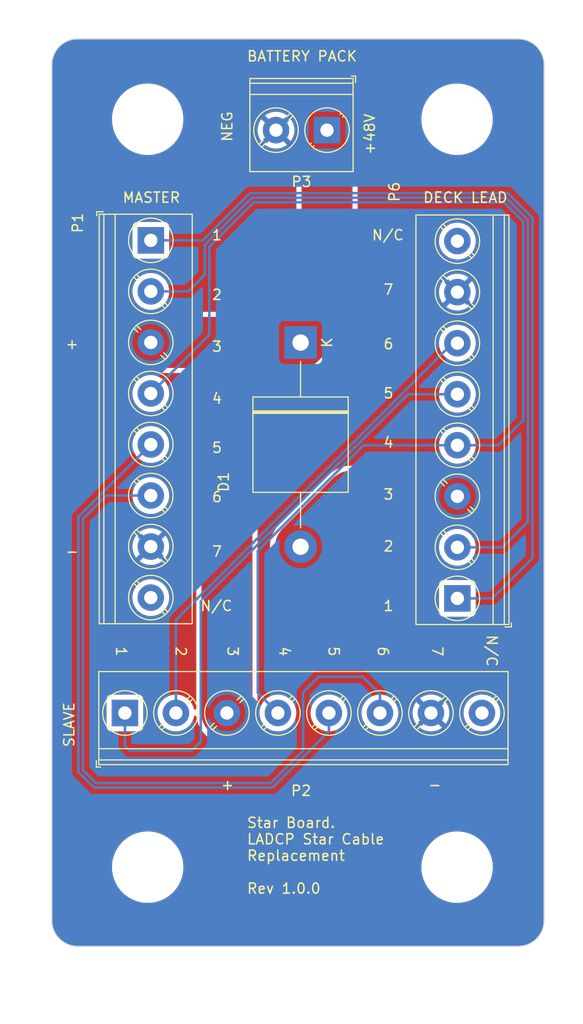
<source format=kicad_pcb>
(kicad_pcb (version 20221018) (generator pcbnew)
  (title_block (title "LADCP Star Board") (date "2023-06-09") (rev "1.0.0") (company "NOAA\\AOML\\PHOD"))
  (layers (0 "F.Cu" signal) (31 "B.Cu" signal) (34 "B.Paste" user) (35 "F.Paste" user) (36 "B.SilkS" user "B.Silkscreen") (37 "F.SilkS" user "F.Silkscreen") (38 "B.Mask" user) (39 "F.Mask" user) (44 "Edge.Cuts" user))
  (net 0 "")
  (net 1 "/POWER+")
  (net 2 "/RS232_IN_MASTER")
  (net 3 "/RS232_OUT_MASTER")
  (net 4 "/DATA_RTN")
  (net 5 "/RS485A")
  (net 6 "/RS485B")
  (net 7 "/POWER-")
  (net 9 "/RS232_IN_SLAVE")
  (net 10 "/RS232_OUT_SLAVE")
  (net 13 "Net-(D1-A)")
  (footprint "TerminalBlock_Phoenix:TerminalBlock_Phoenix_PT-1,5-8-5.0-H_1x08_P5.00mm_Horizontal" (layer "F.Cu") (at 121.4628 62.917 -90)
    (fp_text reference "P1" (at -1.703 7.1628 90) (layer "F.SilkS"))
    (fp_text value "TERM BLK 8POS SIDE ENTRY 5MM PCB" hide)
    (fp_line (start -2.8 4.66) (end -2.8 5.3) (stroke (width 0.12)) (layer "F.SilkS"))
    (fp_line (start -2.8 5.3) (end -2.4 5.3) (stroke (width 0.12)) (layer "F.SilkS"))
    (fp_line (start -2.56 -4.06) (end -2.56 5.06) (stroke (width 0.12)) (layer "F.SilkS"))
    (fp_line (start -2.56 -4.06) (end 37.56 -4.06) (stroke (width 0.12)) (layer "F.SilkS"))
    (fp_line (start -2.56 3.5) (end 37.56 3.5) (stroke (width 0.12)) (layer "F.SilkS"))
    (fp_line (start -2.56 4.6) (end 37.56 4.6) (stroke (width 0.12)) (layer "F.SilkS"))
    (fp_line (start -2.56 5.06) (end 37.56 5.06) (stroke (width 0.12)) (layer "F.SilkS"))
    (fp_line (start -1.548 1.281) (end -1.654 1.388) (stroke (width 0.12)) (layer "F.SilkS"))
    (fp_line (start -1.282 1.547) (end -1.388 1.654) (stroke (width 0.12)) (layer "F.SilkS"))
    (fp_line (start 1.388 -1.654) (end 1.281 -1.547) (stroke (width 0.12)) (layer "F.SilkS"))
    (fp_line (start 1.654 -1.388) (end 1.547 -1.281) (stroke (width 0.12)) (layer "F.SilkS"))
    (fp_line (start 3.742 0.992) (end 3.347 1.388) (stroke (width 0.12)) (layer "F.SilkS"))
    (fp_line (start 3.993 1.274) (end 3.613 1.654) (stroke (width 0.12)) (layer "F.SilkS"))
    (fp_line (start 6.388 -1.654) (end 6.008 -1.274) (stroke (width 0.12)) (layer "F.SilkS"))
    (fp_line (start 6.654 -1.388) (end 6.259 -0.992) (stroke (width 0.12)) (layer "F.SilkS"))
    (fp_line (start 8.742 0.992) (end 8.347 1.388) (stroke (width 0.12)) (layer "F.SilkS"))
    (fp_line (start 8.993 1.274) (end 8.613 1.654) (stroke (width 0.12)) (layer "F.SilkS"))
    (fp_line (start 11.388 -1.654) (end 11.008 -1.274) (stroke (width 0.12)) (layer "F.SilkS"))
    (fp_line (start 11.654 -1.388) (end 11.259 -0.992) (stroke (width 0.12)) (layer "F.SilkS"))
    (fp_line (start 13.742 0.992) (end 13.347 1.388) (stroke (width 0.12)) (layer "F.SilkS"))
    (fp_line (start 13.993 1.274) (end 13.613 1.654) (stroke (width 0.12)) (layer "F.SilkS"))
    (fp_line (start 16.388 -1.654) (end 16.008 -1.274) (stroke (width 0.12)) (layer "F.SilkS"))
    (fp_line (start 16.654 -1.388) (end 16.259 -0.992) (stroke (width 0.12)) (layer "F.SilkS"))
    (fp_line (start 18.742 0.992) (end 18.347 1.388) (stroke (width 0.12)) (layer "F.SilkS"))
    (fp_line (start 18.993 1.274) (end 18.613 1.654) (stroke (width 0.12)) (layer "F.SilkS"))
    (fp_line (start 21.388 -1.654) (end 21.008 -1.274) (stroke (width 0.12)) (layer "F.SilkS"))
    (fp_line (start 21.654 -1.388) (end 21.259 -0.992) (stroke (width 0.12)) (layer "F.SilkS"))
    (fp_line (start 23.742 0.992) (end 23.347 1.388) (stroke (width 0.12)) (layer "F.SilkS"))
    (fp_line (start 23.993 1.274) (end 23.613 1.654) (stroke (width 0.12)) (layer "F.SilkS"))
    (fp_line (start 26.388 -1.654) (end 26.008 -1.274) (stroke (width 0.12)) (layer "F.SilkS"))
    (fp_line (start 26.654 -1.388) (end 26.259 -0.992) (stroke (width 0.12)) (layer "F.SilkS"))
    (fp_line (start 28.742 0.992) (end 28.347 1.388) (stroke (width 0.12)) (layer "F.SilkS"))
    (fp_line (start 28.993 1.274) (end 28.613 1.654) (stroke (width 0.12)) (layer "F.SilkS"))
    (fp_line (start 31.388 -1.654) (end 31.008 -1.274) (stroke (width 0.12)) (layer "F.SilkS"))
    (fp_line (start 31.654 -1.388) (end 31.259 -0.992) (stroke (width 0.12)) (layer "F.SilkS"))
    (fp_line (start 33.742 0.992) (end 33.347 1.388) (stroke (width 0.12)) (layer "F.SilkS"))
    (fp_line (start 33.993 1.274) (end 33.613 1.654) (stroke (width 0.12)) (layer "F.SilkS"))
    (fp_line (start 36.388 -1.654) (end 36.008 -1.274) (stroke (width 0.12)) (layer "F.SilkS"))
    (fp_line (start 36.654 -1.388) (end 36.259 -0.992) (stroke (width 0.12)) (layer "F.SilkS"))
    (fp_line (start 37.56 -4.06) (end 37.56 5.06) (stroke (width 0.12)) (layer "F.SilkS"))
    (fp_circle (center 0 0) (end 2.18 0) (stroke (width 0.12)) (fill none) (layer "F.SilkS"))
    (fp_circle (center 5 0) (end 7.18 0) (stroke (width 0.12)) (fill none) (layer "F.SilkS"))
    (fp_circle (center 10 0) (end 12.18 0) (stroke (width 0.12)) (fill none) (layer "F.SilkS"))
    (fp_circle (center 15 0) (end 17.18 0) (stroke (width 0.12)) (fill none) (layer "F.SilkS"))
    (fp_circle (center 20 0) (end 22.18 0) (stroke (width 0.12)) (fill none) (layer "F.SilkS"))
    (fp_circle (center 25 0) (end 27.18 0) (stroke (width 0.12)) (fill none) (layer "F.SilkS"))
    (fp_circle (center 30 0) (end 32.18 0) (stroke (width 0.12)) (fill none) (layer "F.SilkS"))
    (fp_circle (center 35 0) (end 37.18 0) (stroke (width 0.12)) (fill none) (layer "F.SilkS"))
    (pad "1" thru_hole rect (at 0 0 270) (size 2.6 2.6) (drill 1.3) (layers "*.Cu" "*.Mask") (net 2 "/RS232_IN_MASTER"))
    (pad "2" thru_hole circle (at 5 0 270) (size 2.6 2.6) (drill 1.3) (layers "*.Cu" "*.Mask") (net 3 "/RS232_OUT_MASTER"))
    (pad "3" thru_hole circle (at 10 0 270) (size 2.6 2.6) (drill 1.3) (layers "*.Cu" "*.Mask") (net 1 "/POWER+"))
    (pad "4" thru_hole circle (at 15 0 270) (size 2.6 2.6) (drill 1.3) (layers "*.Cu" "*.Mask") (net 4 "/DATA_RTN"))
    (pad "5" thru_hole circle (at 20 0 270) (size 2.6 2.6) (drill 1.3) (layers "*.Cu" "*.Mask") (net 5 "/RS485A"))
    (pad "6" thru_hole circle (at 25 0 270) (size 2.6 2.6) (drill 1.3) (layers "*.Cu" "*.Mask") (net 6 "/RS485B"))
    (pad "7" thru_hole circle (at 30 0 270) (size 2.6 2.6) (drill 1.3) (layers "*.Cu" "*.Mask") (net 7 "/POWER-"))
    (pad "8" thru_hole circle (at 35 0 270) (size 2.6 2.6) (drill 1.3) (layers "*.Cu" "*.Mask"))
  )
  (footprint "MountingHole:MountingHole_6.5mm" (layer "F.Cu") (at 151.4856 124.324)
    (fp_text reference "H2" hide)
    (fp_text value "MountingHole" hide)
    (pad "" np_thru_hole circle (at 0 0) (size 6.5 6.5) (drill 6.5) (layers "*.Cu" "*.Mask"))
  )
  (footprint "Diode_THT:D_P600_R-6_P20.00mm_Horizontal" (layer "F.Cu") (at 136.144 72.931 -90)
    (fp_text reference "D1" (at 13.65 7.54 90) (layer "F.SilkS"))
    (fp_text value "P600G-E3/54")
    (fp_text user "K" (at 0 -2.6 90) (layer "F.SilkS"))
    (fp_line (start 1.84 0) (end 5.33 0) (stroke (width 0.12)) (layer "F.SilkS"))
    (fp_line (start 5.33 -4.67) (end 5.33 4.67) (stroke (width 0.12)) (layer "F.SilkS"))
    (fp_line (start 5.33 4.67) (end 14.67 4.67) (stroke (width 0.12)) (layer "F.SilkS"))
    (fp_line (start 6.695 -4.67) (end 6.695 4.67) (stroke (width 0.12)) (layer "F.SilkS"))
    (fp_line (start 6.815 -4.67) (end 6.815 4.67) (stroke (width 0.12)) (layer "F.SilkS"))
    (fp_line (start 6.935 -4.67) (end 6.935 4.67) (stroke (width 0.12)) (layer "F.SilkS"))
    (fp_line (start 14.67 -4.67) (end 5.33 -4.67) (stroke (width 0.12)) (layer "F.SilkS"))
    (fp_line (start 14.67 4.67) (end 14.67 -4.67) (stroke (width 0.12)) (layer "F.SilkS"))
    (fp_line (start 18.16 0) (end 14.67 0) (stroke (width 0.12)) (layer "F.SilkS"))
    (pad "1" thru_hole rect (at 0 0 270) (size 3.2 3.2) (drill 1.6) (layers "*.Cu" "*.Mask") (net 1 "/POWER+"))
    (pad "2" thru_hole oval (at 20 0 270) (size 3.2 3.2) (drill 1.6) (layers "*.Cu" "*.Mask") (net 13 "Net-(D1-A)"))
  )
  (footprint "TerminalBlock_Phoenix:TerminalBlock_Phoenix_PT-1,5-8-5.0-H_1x08_P5.00mm_Horizontal" (layer "F.Cu") (at 151.5148 97.992 90)
    (fp_text reference "P6" (at 39.826 -6.176 90) (layer "F.SilkS"))
    (fp_text value "TERM BLK 8POS SIDE ENTRY 5MM PCB" hide)
    (fp_line (start -2.8 4.66) (end -2.8 5.3) (stroke (width 0.12)) (layer "F.SilkS"))
    (fp_line (start -2.8 5.3) (end -2.4 5.3) (stroke (width 0.12)) (layer "F.SilkS"))
    (fp_line (start -2.56 -4.06) (end -2.56 5.06) (stroke (width 0.12)) (layer "F.SilkS"))
    (fp_line (start -2.56 -4.06) (end 37.56 -4.06) (stroke (width 0.12)) (layer "F.SilkS"))
    (fp_line (start -2.56 3.5) (end 37.56 3.5) (stroke (width 0.12)) (layer "F.SilkS"))
    (fp_line (start -2.56 4.6) (end 37.56 4.6) (stroke (width 0.12)) (layer "F.SilkS"))
    (fp_line (start -2.56 5.06) (end 37.56 5.06) (stroke (width 0.12)) (layer "F.SilkS"))
    (fp_line (start -1.548 1.281) (end -1.654 1.388) (stroke (width 0.12)) (layer "F.SilkS"))
    (fp_line (start -1.282 1.547) (end -1.388 1.654) (stroke (width 0.12)) (layer "F.SilkS"))
    (fp_line (start 1.388 -1.654) (end 1.281 -1.547) (stroke (width 0.12)) (layer "F.SilkS"))
    (fp_line (start 1.654 -1.388) (end 1.547 -1.281) (stroke (width 0.12)) (layer "F.SilkS"))
    (fp_line (start 3.742 0.992) (end 3.347 1.388) (stroke (width 0.12)) (layer "F.SilkS"))
    (fp_line (start 3.993 1.274) (end 3.613 1.654) (stroke (width 0.12)) (layer "F.SilkS"))
    (fp_line (start 6.388 -1.654) (end 6.008 -1.274) (stroke (width 0.12)) (layer "F.SilkS"))
    (fp_line (start 6.654 -1.388) (end 6.259 -0.992) (stroke (width 0.12)) (layer "F.SilkS"))
    (fp_line (start 8.742 0.992) (end 8.347 1.388) (stroke (width 0.12)) (layer "F.SilkS"))
    (fp_line (start 8.993 1.274) (end 8.613 1.654) (stroke (width 0.12)) (layer "F.SilkS"))
    (fp_line (start 11.388 -1.654) (end 11.008 -1.274) (stroke (width 0.12)) (layer "F.SilkS"))
    (fp_line (start 11.654 -1.388) (end 11.259 -0.992) (stroke (width 0.12)) (layer "F.SilkS"))
    (fp_line (start 13.742 0.992) (end 13.347 1.388) (stroke (width 0.12)) (layer "F.SilkS"))
    (fp_line (start 13.993 1.274) (end 13.613 1.654) (stroke (width 0.12)) (layer "F.SilkS"))
    (fp_line (start 16.388 -1.654) (end 16.008 -1.274) (stroke (width 0.12)) (layer "F.SilkS"))
    (fp_line (start 16.654 -1.388) (end 16.259 -0.992) (stroke (width 0.12)) (layer "F.SilkS"))
    (fp_line (start 18.742 0.992) (end 18.347 1.388) (stroke (width 0.12)) (layer "F.SilkS"))
    (fp_line (start 18.993 1.274) (end 18.613 1.654) (stroke (width 0.12)) (layer "F.SilkS"))
    (fp_line (start 21.388 -1.654) (end 21.008 -1.274) (stroke (width 0.12)) (layer "F.SilkS"))
    (fp_line (start 21.654 -1.388) (end 21.259 -0.992) (stroke (width 0.12)) (layer "F.SilkS"))
    (fp_line (start 23.742 0.992) (end 23.347 1.388) (stroke (width 0.12)) (layer "F.SilkS"))
    (fp_line (start 23.993 1.274) (end 23.613 1.654) (stroke (width 0.12)) (layer "F.SilkS"))
    (fp_line (start 26.388 -1.654) (end 26.008 -1.274) (stroke (width 0.12)) (layer "F.SilkS"))
    (fp_line (start 26.654 -1.388) (end 26.259 -0.992) (stroke (width 0.12)) (layer "F.SilkS"))
    (fp_line (start 28.742 0.992) (end 28.347 1.388) (stroke (width 0.12)) (layer "F.SilkS"))
    (fp_line (start 28.993 1.274) (end 28.613 1.654) (stroke (width 0.12)) (layer "F.SilkS"))
    (fp_line (start 31.388 -1.654) (end 31.008 -1.274) (stroke (width 0.12)) (layer "F.SilkS"))
    (fp_line (start 31.654 -1.388) (end 31.259 -0.992) (stroke (width 0.12)) (layer "F.SilkS"))
    (fp_line (start 33.742 0.992) (end 33.347 1.388) (stroke (width 0.12)) (layer "F.SilkS"))
    (fp_line (start 33.993 1.274) (end 33.613 1.654) (stroke (width 0.12)) (layer "F.SilkS"))
    (fp_line (start 36.388 -1.654) (end 36.008 -1.274) (stroke (width 0.12)) (layer "F.SilkS"))
    (fp_line (start 36.654 -1.388) (end 36.259 -0.992) (stroke (width 0.12)) (layer "F.SilkS"))
    (fp_line (start 37.56 -4.06) (end 37.56 5.06) (stroke (width 0.12)) (layer "F.SilkS"))
    (fp_circle (center 0 0) (end 2.18 0) (stroke (width 0.12)) (fill none) (layer "F.SilkS"))
    (fp_circle (center 5 0) (end 7.18 0) (stroke (width 0.12)) (fill none) (layer "F.SilkS"))
    (fp_circle (center 10 0) (end 12.18 0) (stroke (width 0.12)) (fill none) (layer "F.SilkS"))
    (fp_circle (center 15 0) (end 17.18 0) (stroke (width 0.12)) (fill none) (layer "F.SilkS"))
    (fp_circle (center 20 0) (end 22.18 0) (stroke (width 0.12)) (fill none) (layer "F.SilkS"))
    (fp_circle (center 25 0) (end 27.18 0) (stroke (width 0.12)) (fill none) (layer "F.SilkS"))
    (fp_circle (center 30 0) (end 32.18 0) (stroke (width 0.12)) (fill none) (layer "F.SilkS"))
    (fp_circle (center 35 0) (end 37.18 0) (stroke (width 0.12)) (fill none) (layer "F.SilkS"))
    (pad "1" thru_hole rect (at 0 0 90) (size 2.6 2.6) (drill 1.3) (layers "*.Cu" "*.Mask") (net 2 "/RS232_IN_MASTER"))
    (pad "2" thru_hole circle (at 5 0 90) (size 2.6 2.6) (drill 1.3) (layers "*.Cu" "*.Mask") (net 3 "/RS232_OUT_MASTER"))
    (pad "3" thru_hole circle (at 10 0 90) (size 2.6 2.6) (drill 1.3) (layers "*.Cu" "*.Mask") (net 13 "Net-(D1-A)"))
    (pad "4" thru_hole circle (at 15 0 90) (size 2.6 2.6) (drill 1.3) (layers "*.Cu" "*.Mask") (net 4 "/DATA_RTN"))
    (pad "5" thru_hole circle (at 20 0 90) (size 2.6 2.6) (drill 1.3) (layers "*.Cu" "*.Mask") (net 9 "/RS232_IN_SLAVE"))
    (pad "6" thru_hole circle (at 25 0 90) (size 2.6 2.6) (drill 1.3) (layers "*.Cu" "*.Mask") (net 10 "/RS232_OUT_SLAVE"))
    (pad "7" thru_hole circle (at 30 0 90) (size 2.6 2.6) (drill 1.3) (layers "*.Cu" "*.Mask") (net 7 "/POWER-"))
    (pad "8" thru_hole circle (at 35 0 90) (size 2.6 2.6) (drill 1.3) (layers "*.Cu" "*.Mask"))
  )
  (footprint "MountingHole:MountingHole_6.5mm" (layer "F.Cu") (at 151.4856 51.054)
    (fp_text reference "H4" hide)
    (fp_text value "MountingHole" hide)
    (pad "" np_thru_hole circle (at 0 0) (size 6.5 6.5) (drill 6.5) (layers "*.Cu" "*.Mask"))
  )
  (footprint "TerminalBlock_Phoenix:TerminalBlock_Phoenix_PT-1,5-8-5.0-H_1x08_P5.00mm_Horizontal" (layer "F.Cu") (at 118.924 109.22)
    (fp_text reference "P2" (at 17.2708 7.62) (layer "F.SilkS"))
    (fp_text value "TERM BLK 8POS SIDE ENTRY 5MM PCB" hide)
    (fp_line (start -2.8 4.66) (end -2.8 5.3) (stroke (width 0.12)) (layer "F.SilkS"))
    (fp_line (start -2.8 5.3) (end -2.4 5.3) (stroke (width 0.12)) (layer "F.SilkS"))
    (fp_line (start -2.56 -4.06) (end -2.56 5.06) (stroke (width 0.12)) (layer "F.SilkS"))
    (fp_line (start -2.56 -4.06) (end 37.56 -4.06) (stroke (width 0.12)) (layer "F.SilkS"))
    (fp_line (start -2.56 3.5) (end 37.56 3.5) (stroke (width 0.12)) (layer "F.SilkS"))
    (fp_line (start -2.56 4.6) (end 37.56 4.6) (stroke (width 0.12)) (layer "F.SilkS"))
    (fp_line (start -2.56 5.06) (end 37.56 5.06) (stroke (width 0.12)) (layer "F.SilkS"))
    (fp_line (start -1.548 1.281) (end -1.654 1.388) (stroke (width 0.12)) (layer "F.SilkS"))
    (fp_line (start -1.282 1.547) (end -1.388 1.654) (stroke (width 0.12)) (layer "F.SilkS"))
    (fp_line (start 1.388 -1.654) (end 1.281 -1.547) (stroke (width 0.12)) (layer "F.SilkS"))
    (fp_line (start 1.654 -1.388) (end 1.547 -1.281) (stroke (width 0.12)) (layer "F.SilkS"))
    (fp_line (start 3.742 0.992) (end 3.347 1.388) (stroke (width 0.12)) (layer "F.SilkS"))
    (fp_line (start 3.993 1.274) (end 3.613 1.654) (stroke (width 0.12)) (layer "F.SilkS"))
    (fp_line (start 6.388 -1.654) (end 6.008 -1.274) (stroke (width 0.12)) (layer "F.SilkS"))
    (fp_line (start 6.654 -1.388) (end 6.259 -0.992) (stroke (width 0.12)) (layer "F.SilkS"))
    (fp_line (start 8.742 0.992) (end 8.347 1.388) (stroke (width 0.12)) (layer "F.SilkS"))
    (fp_line (start 8.993 1.274) (end 8.613 1.654) (stroke (width 0.12)) (layer "F.SilkS"))
    (fp_line (start 11.388 -1.654) (end 11.008 -1.274) (stroke (width 0.12)) (layer "F.SilkS"))
    (fp_line (start 11.654 -1.388) (end 11.259 -0.992) (stroke (width 0.12)) (layer "F.SilkS"))
    (fp_line (start 13.742 0.992) (end 13.347 1.388) (stroke (width 0.12)) (layer "F.SilkS"))
    (fp_line (start 13.993 1.274) (end 13.613 1.654) (stroke (width 0.12)) (layer "F.SilkS"))
    (fp_line (start 16.388 -1.654) (end 16.008 -1.274) (stroke (width 0.12)) (layer "F.SilkS"))
    (fp_line (start 16.654 -1.388) (end 16.259 -0.992) (stroke (width 0.12)) (layer "F.SilkS"))
    (fp_line (start 18.742 0.992) (end 18.347 1.388) (stroke (width 0.12)) (layer "F.SilkS"))
    (fp_line (start 18.993 1.274) (end 18.613 1.654) (stroke (width 0.12)) (layer "F.SilkS"))
    (fp_line (start 21.388 -1.654) (end 21.008 -1.274) (stroke (width 0.12)) (layer "F.SilkS"))
    (fp_line (start 21.654 -1.388) (end 21.259 -0.992) (stroke (width 0.12)) (layer "F.SilkS"))
    (fp_line (start 23.742 0.992) (end 23.347 1.388) (stroke (width 0.12)) (layer "F.SilkS"))
    (fp_line (start 23.993 1.274) (end 23.613 1.654) (stroke (width 0.12)) (layer "F.SilkS"))
    (fp_line (start 26.388 -1.654) (end 26.008 -1.274) (stroke (width 0.12)) (layer "F.SilkS"))
    (fp_line (start 26.654 -1.388) (end 26.259 -0.992) (stroke (width 0.12)) (layer "F.SilkS"))
    (fp_line (start 28.742 0.992) (end 28.347 1.388) (stroke (width 0.12)) (layer "F.SilkS"))
    (fp_line (start 28.993 1.274) (end 28.613 1.654) (stroke (width 0.12)) (layer "F.SilkS"))
    (fp_line (start 31.388 -1.654) (end 31.008 -1.274) (stroke (width 0.12)) (layer "F.SilkS"))
    (fp_line (start 31.654 -1.388) (end 31.259 -0.992) (stroke (width 0.12)) (layer "F.SilkS"))
    (fp_line (start 33.742 0.992) (end 33.347 1.388) (stroke (width 0.12)) (layer "F.SilkS"))
    (fp_line (start 33.993 1.274) (end 33.613 1.654) (stroke (width 0.12)) (layer "F.SilkS"))
    (fp_line (start 36.388 -1.654) (end 36.008 -1.274) (stroke (width 0.12)) (layer "F.SilkS"))
    (fp_line (start 36.654 -1.388) (end 36.259 -0.992) (stroke (width 0.12)) (layer "F.SilkS"))
    (fp_line (start 37.56 -4.06) (end 37.56 5.06) (stroke (width 0.12)) (layer "F.SilkS"))
    (fp_circle (center 0 0) (end 2.18 0) (stroke (width 0.12)) (fill none) (layer "F.SilkS"))
    (fp_circle (center 5 0) (end 7.18 0) (stroke (width 0.12)) (fill none) (layer "F.SilkS"))
    (fp_circle (center 10 0) (end 12.18 0) (stroke (width 0.12)) (fill none) (layer "F.SilkS"))
    (fp_circle (center 15 0) (end 17.18 0) (stroke (width 0.12)) (fill none) (layer "F.SilkS"))
    (fp_circle (center 20 0) (end 22.18 0) (stroke (width 0.12)) (fill none) (layer "F.SilkS"))
    (fp_circle (center 25 0) (end 27.18 0) (stroke (width 0.12)) (fill none) (layer "F.SilkS"))
    (fp_circle (center 30 0) (end 32.18 0) (stroke (width 0.12)) (fill none) (layer "F.SilkS"))
    (fp_circle (center 35 0) (end 37.18 0) (stroke (width 0.12)) (fill none) (layer "F.SilkS"))
    (pad "1" thru_hole rect (at 0 0) (size 2.6 2.6) (drill 1.3) (layers "*.Cu" "*.Mask") (net 9 "/RS232_IN_SLAVE"))
    (pad "2" thru_hole circle (at 5 0) (size 2.6 2.6) (drill 1.3) (layers "*.Cu" "*.Mask") (net 10 "/RS232_OUT_SLAVE"))
    (pad "3" thru_hole circle (at 10 0) (size 2.6 2.6) (drill 1.3) (layers "*.Cu" "*.Mask") (net 1 "/POWER+"))
    (pad "4" thru_hole circle (at 15 0) (size 2.6 2.6) (drill 1.3) (layers "*.Cu" "*.Mask") (net 4 "/DATA_RTN"))
    (pad "5" thru_hole circle (at 20 0) (size 2.6 2.6) (drill 1.3) (layers "*.Cu" "*.Mask") (net 5 "/RS485A"))
    (pad "6" thru_hole circle (at 25 0) (size 2.6 2.6) (drill 1.3) (layers "*.Cu" "*.Mask") (net 6 "/RS485B"))
    (pad "7" thru_hole circle (at 30 0) (size 2.6 2.6) (drill 1.3) (layers "*.Cu" "*.Mask") (net 7 "/POWER-"))
    (pad "8" thru_hole circle (at 35 0) (size 2.6 2.6) (drill 1.3) (layers "*.Cu" "*.Mask"))
  )
  (footprint "MountingHole:MountingHole_6.5mm" (layer "F.Cu") (at 121.158 51.054)
    (fp_text reference "H3" hide)
    (fp_text value "MountingHole" hide)
    (pad "" np_thru_hole circle (at 0 0) (size 6.5 6.5) (drill 6.5) (layers "*.Cu" "*.Mask"))
  )
  (footprint "MountingHole:MountingHole_6.5mm" (layer "F.Cu") (at 121.158 124.324)
    (fp_text reference "H1" hide)
    (fp_text value "MountingHole" hide)
    (pad "" np_thru_hole circle (at 0 0) (size 6.5 6.5) (drill 6.5) (layers "*.Cu" "*.Mask"))
  )
  (footprint "TerminalBlock_Phoenix:TerminalBlock_Phoenix_PT-1,5-2-5.0-H_1x02_P5.00mm_Horizontal" (layer "F.Cu") (at 138.7348 52.1208 180)
    (fp_text reference "P3" (at 2.5 -5.06) (layer "F.SilkS"))
    (fp_text value "TERM BLK 2POS SIDE ENTRY 5MM PCB" hide)
    (fp_line (start -2.8 4.66) (end -2.8 5.3) (stroke (width 0.12)) (layer "F.SilkS"))
    (fp_line (start -2.8 5.3) (end -2.4 5.3) (stroke (width 0.12)) (layer "F.SilkS"))
    (fp_line (start -2.56 -4.06) (end -2.56 5.06) (stroke (width 0.12)) (layer "F.SilkS"))
    (fp_line (start -2.56 -4.06) (end 7.56 -4.06) (stroke (width 0.12)) (layer "F.SilkS"))
    (fp_line (start -2.56 3.5) (end 7.56 3.5) (stroke (width 0.12)) (layer "F.SilkS"))
    (fp_line (start -2.56 4.6) (end 7.56 4.6) (stroke (width 0.12)) (layer "F.SilkS"))
    (fp_line (start -2.56 5.06) (end 7.56 5.06) (stroke (width 0.12)) (layer "F.SilkS"))
    (fp_line (start -1.548 1.281) (end -1.654 1.388) (stroke (width 0.12)) (layer "F.SilkS"))
    (fp_line (start -1.282 1.547) (end -1.388 1.654) (stroke (width 0.12)) (layer "F.SilkS"))
    (fp_line (start 1.388 -1.654) (end 1.281 -1.547) (stroke (width 0.12)) (layer "F.SilkS"))
    (fp_line (start 1.654 -1.388) (end 1.547 -1.281) (stroke (width 0.12)) (layer "F.SilkS"))
    (fp_line (start 3.742 0.992) (end 3.347 1.388) (stroke (width 0.12)) (layer "F.SilkS"))
    (fp_line (start 3.993 1.274) (end 3.613 1.654) (stroke (width 0.12)) (layer "F.SilkS"))
    (fp_line (start 6.388 -1.654) (end 6.008 -1.274) (stroke (width 0.12)) (layer "F.SilkS"))
    (fp_line (start 6.654 -1.388) (end 6.259 -0.992) (stroke (width 0.12)) (layer "F.SilkS"))
    (fp_line (start 7.56 -4.06) (end 7.56 5.06) (stroke (width 0.12)) (layer "F.SilkS"))
    (fp_circle (center 0 0) (end 2.18 0) (stroke (width 0.12)) (fill none) (layer "F.SilkS"))
    (fp_circle (center 5 0) (end 7.18 0) (stroke (width 0.12)) (fill none) (layer "F.SilkS"))
    (pad "1" thru_hole rect (at 0 0 180) (size 2.6 2.6) (drill 1.3) (layers "*.Cu" "*.Mask") (net 1 "/POWER+"))
    (pad "2" thru_hole circle (at 5 0 180) (size 2.6 2.6) (drill 1.3) (layers "*.Cu" "*.Mask") (net 7 "/POWER-"))
  )
  (gr_line (start 111.76 129.54) (end 111.76 45.72) (stroke (width 0.1)) (layer "Edge.Cuts"))
  (gr_line (start 114.3 43.18) (end 157.48 43.18) (stroke (width 0.1)) (layer "Edge.Cuts"))
  (gr_line (start 160.02 45.72) (end 160.02 129.54) (stroke (width 0.1)) (layer "Edge.Cuts"))
  (gr_line (start 157.48 132.08) (end 114.3 132.08) (stroke (width 0.1)) (layer "Edge.Cuts"))
  (gr_arc (start 111.76 45.72) (mid 112.503949 43.923949) (end 114.3 43.18) (stroke (width 0.1)) (layer "Edge.Cuts"))
  (gr_arc (start 114.3 132.08) (mid 112.503949 131.336051) (end 111.76 129.54) (stroke (width 0.1)) (layer "Edge.Cuts"))
  (gr_arc (start 160.02 129.54) (mid 159.276051 131.336051) (end 157.48 132.08) (stroke (width 0.1)) (layer "Edge.Cuts"))
  (gr_arc (start 157.48 43.18) (mid 159.276051 43.923949) (end 160.02 45.72) (stroke (width 0.1)) (layer "Edge.Cuts"))
  (gr_text "7" (at 145.3388 68.326) (layer "F.SilkS") (effects (font (size 1 1)) (justify right bottom)))
  (gr_text "1" (at 117.983 103.759 -90) (layer "F.SilkS") (effects (font (size 1 1)) (justify right bottom)))
  (gr_text "N/C" (at 126.238 99.314) (layer "F.SilkS") (effects (font (size 1 1)) (justify left bottom)))
  (gr_text "+48V" (at 143.51 54.61 90) (layer "F.SilkS") (effects (font (size 1 1)) (justify left bottom)))
  (gr_text "N/C" (at 143.0528 62.992) (layer "F.SilkS") (effects (font (size 1 1)) (justify left bottom)))
  (gr_text "1" (at 145.3388 99.314) (layer "F.SilkS") (effects (font (size 1 1)) (justify right bottom)))
  (gr_text "5" (at 145.3388 78.486) (layer "F.SilkS") (effects (font (size 1 1)) (justify right bottom)))
  (gr_text "2" (at 123.825 103.759 -90) (layer "F.SilkS") (effects (font (size 1 1)) (justify right bottom)))
  (gr_text "7" (at 128.524 93.98) (layer "F.SilkS") (effects (font (size 1 1)) (justify right bottom)))
  (gr_text "DECK LEAD" (at 148.082 59.309) (layer "F.SilkS") (effects (font (size 1 1)) (justify left bottom)))
  (gr_text "2" (at 128.524 68.834) (layer "F.SilkS") (effects (font (size 1 1)) (justify right bottom)))
  (gr_text "MASTER" (at 118.618 59.309) (layer "F.SilkS") (effects (font (size 1 1)) (justify left bottom)))
  (gr_text "7" (at 148.971 103.759 -90) (layer "F.SilkS") (effects (font (size 1 1)) (justify right bottom)))
  (gr_text "BATTERY PACK" (at 130.81 45.466) (layer "F.SilkS") (effects (font (size 1 1)) (justify left bottom)))
  (gr_text "4" (at 133.985 103.759 -90) (layer "F.SilkS") (effects (font (size 1 1)) (justify right bottom)))
  (gr_text "6" (at 143.637 103.759 -90) (layer "F.SilkS") (effects (font (size 1 1)) (justify right bottom)))
  (gr_text "2" (at 145.3388 93.472) (layer "F.SilkS") (effects (font (size 1 1)) (justify right bottom)))
  (gr_text "NEG" (at 129.54 53.34 90) (layer "F.SilkS") (effects (font (size 1 1)) (justify left bottom)))
  (gr_text "5" (at 128.524 83.82) (layer "F.SilkS") (effects (font (size 1 1)) (justify right bottom)))
  (gr_text "3" (at 145.3388 88.392) (layer "F.SilkS") (effects (font (size 1 1)) (justify right bottom)))
  (gr_text "1" (at 128.524 62.992) (layer "F.SilkS") (effects (font (size 1 1)) (justify right bottom)))
  (gr_text "-" (at 148.59 116.84) (layer "F.SilkS") (effects (font (size 1 1)) (justify left bottom)))
  (gr_text "3" (at 128.905 103.759 -90) (layer "F.SilkS") (effects (font (size 1 1)) (justify right bottom)))
  (gr_text "3" (at 128.524 73.914) (layer "F.SilkS") (effects (font (size 1 1)) (justify right bottom)))
  (gr_text "Star Board.\nLADCP Star Cable\nReplacement\n\nRev 1.0.0" (at 130.81 127) (layer "F.SilkS") (effects (font (size 1 1)) (justify left bottom)))
  (gr_text "5" (at 138.811 103.759 -90) (layer "F.SilkS") (effects (font (size 1 1)) (justify right bottom)))
  (gr_text "4" (at 128.524 78.994) (layer "F.SilkS") (effects (font (size 1 1)) (justify right bottom)))
  (gr_text "6" (at 145.3388 73.66) (layer "F.SilkS") (effects (font (size 1 1)) (justify right bottom)))
  (gr_text "N/C" (at 154.305 101.473 -90) (layer "F.SilkS") (effects (font (size 1 1)) (justify left bottom)))
  (gr_text "4" (at 145.3388 83.312) (layer "F.SilkS") (effects (font (size 1 1)) (justify right bottom)))
  (gr_text "SLAVE" (at 114.046 112.649 90) (layer "F.SilkS") (effects (font (size 1 1)) (justify left bottom)))
  (gr_text "-" (at 113.03 93.98) (layer "F.SilkS") (effects (font (size 1 1)) (justify left bottom)))
  (gr_text "+" (at 128.27 116.84) (layer "F.SilkS") (effects (font (size 1 1)) (justify left bottom)))
  (gr_text "+" (at 113.03 73.66) (layer "F.SilkS") (effects (font (size 1 1)) (justify left bottom)))
  (gr_text "6" (at 128.524 88.646) (layer "F.SilkS") (effects (font (size 1 1)) (justify right bottom)))
  (segment (start 129.54 72.917) (end 136.13 72.917) (width 5) (layer "F.Cu") (net 1))
  (segment (start 138.7348 52.1208) (end 138.7348 70.3402) (width 5) (layer "F.Cu") (net 1))
  (segment (start 128.924 109.22) (end 128.924 73.533) (width 5) (layer "F.Cu") (net 1))
  (segment (start 128.924 73.533) (end 129.54 72.917) (width 5) (layer "F.Cu") (net 1))
  (segment (start 136.13 72.917) (end 136.144 72.931) (width 5) (layer "F.Cu") (net 1))
  (segment (start 121.4628 72.917) (end 129.54 72.917) (width 5) (layer "F.Cu") (net 1))
  (segment (start 138.7348 70.3402) (end 136.144 72.931) (width 5) (layer "F.Cu") (net 1))
  (segment (start 126.567 62.917) (end 131.191 58.293) (width 0.25) (layer "B.Cu") (net 2))
  (segment (start 156.464 58.293) (end 158.877 60.706) (width 0.25) (layer "B.Cu") (net 2))
  (segment (start 154.9285 97.992) (end 151.5148 97.992) (width 0.25) (layer "B.Cu") (net 2))
  (segment (start 121.4628 62.917) (end 126.567 62.917) (width 0.25) (layer "B.Cu") (net 2))
  (segment (start 158.877 94.0435) (end 154.9285 97.992) (width 0.25) (layer "B.Cu") (net 2))
  (segment (start 131.191 58.293) (end 156.464 58.293) (width 0.25) (layer "B.Cu") (net 2))
  (segment (start 158.877 60.706) (end 158.877 94.0435) (width 0.25) (layer "B.Cu") (net 2))
  (segment (start 121.4628 67.917) (end 125.123 67.917) (width 0.25) (layer "B.Cu") (net 3))
  (segment (start 126.753396 63.367) (end 131.377396 58.743) (width 0.25) (layer "B.Cu") (net 3))
  (segment (start 155.928 92.992) (end 151.5148 92.992) (width 0.25) (layer "B.Cu") (net 3))
  (segment (start 156.277604 58.743) (end 158.427 60.892396) (width 0.25) (layer "B.Cu") (net 3))
  (segment (start 131.377396 58.743) (end 156.277604 58.743) (width 0.25) (layer "B.Cu") (net 3))
  (segment (start 158.427 60.892396) (end 158.427 90.493) (width 0.25) (layer "B.Cu") (net 3))
  (segment (start 125.123 67.917) (end 126.753396 66.286604) (width 0.25) (layer "B.Cu") (net 3))
  (segment (start 158.427 90.493) (end 155.928 92.992) (width 0.25) (layer "B.Cu") (net 3))
  (segment (start 126.753396 66.286604) (end 126.753396 63.367) (width 0.25) (layer "B.Cu") (net 3))
  (segment (start 157.977 80.529) (end 155.514 82.992) (width 0.25) (layer "B.Cu") (net 4))
  (segment (start 127.203396 72.176404) (end 127.203396 63.553396) (width 0.25) (layer "B.Cu") (net 4))
  (segment (start 151.5148 82.992) (end 142.307396 82.992) (width 0.25) (layer "B.Cu") (net 4))
  (segment (start 131.953 107.249) (end 133.924 109.22) (width 0.25) (layer "B.Cu") (net 4))
  (segment (start 127.203396 63.553396) (end 131.563792 59.193) (width 0.25) (layer "B.Cu") (net 4))
  (segment (start 155.514 82.992) (end 151.5148 82.992) (width 0.25) (layer "B.Cu") (net 4))
  (segment (start 131.953 93.346396) (end 131.953 107.249) (width 0.25) (layer "B.Cu") (net 4))
  (segment (start 142.307396 82.992) (end 131.953 93.346396) (width 0.25) (layer "B.Cu") (net 4))
  (segment (start 157.977 61.078792) (end 157.977 80.529) (width 0.25) (layer "B.Cu") (net 4))
  (segment (start 131.563792 59.193) (end 156.091208 59.193) (width 0.25) (layer "B.Cu") (net 4))
  (segment (start 121.4628 77.917) (end 127.203396 72.176404) (width 0.25) (layer "B.Cu") (net 4))
  (segment (start 156.091208 59.193) (end 157.977 61.078792) (width 0.25) (layer "B.Cu") (net 4))
  (segment (start 138.924 111.012) (end 138.924 109.22) (width 0.25) (layer "B.Cu") (net 5))
  (segment (start 115.891604 116.528) (end 133.408 116.528) (width 0.25) (layer "B.Cu") (net 5))
  (segment (start 121.4628 82.917) (end 114.358 90.0218) (width 0.25) (layer "B.Cu") (net 5))
  (segment (start 133.408 116.528) (end 138.924 111.012) (width 0.25) (layer "B.Cu") (net 5))
  (segment (start 114.358 114.994396) (end 115.891604 116.528) (width 0.25) (layer "B.Cu") (net 5))
  (segment (start 114.358 90.0218) (end 114.358 114.994396) (width 0.25) (layer "B.Cu") (net 5))
  (segment (start 116.078 116.078) (end 133.221604 116.078) (width 0.25) (layer "B.Cu") (net 6))
  (segment (start 133.221604 116.078) (end 136.398 112.901604) (width 0.25) (layer "B.Cu") (net 6))
  (segment (start 142.24 105.664) (end 143.924 107.348) (width 0.25) (layer "B.Cu") (net 6))
  (segment (start 136.398 107.188) (end 137.922 105.664) (width 0.25) (layer "B.Cu") (net 6))
  (segment (start 137.922 105.664) (end 142.24 105.664) (width 0.25) (layer "B.Cu") (net 6))
  (segment (start 114.808 114.808) (end 116.078 116.078) (width 0.25) (layer "B.Cu") (net 6))
  (segment (start 114.808 90.208196) (end 114.808 114.808) (width 0.25) (layer "B.Cu") (net 6))
  (segment (start 117.099196 87.917) (end 114.808 90.208196) (width 0.25) (layer "B.Cu") (net 6))
  (segment (start 121.4628 87.917) (end 117.099196 87.917) (width 0.25) (layer "B.Cu") (net 6))
  (segment (start 136.398 112.901604) (end 136.398 107.188) (width 0.25) (layer "B.Cu") (net 6))
  (segment (start 143.924 107.348) (end 143.924 109.22) (width 0.25) (layer "B.Cu") (net 6))
  (segment (start 118.924 112.447) (end 118.924 109.22) (width 0.25) (layer "B.Cu") (net 9))
  (segment (start 119.38 112.903) (end 118.924 112.447) (width 0.25) (layer "B.Cu") (net 9))
  (segment (start 125.476 112.903) (end 119.38 112.903) (width 0.25) (layer "B.Cu") (net 9))
  (segment (start 151.5148 77.992) (end 146.671 77.992) (width 0.25) (layer "B.Cu") (net 9))
  (segment (start 146.671 77.992) (end 126.365 98.298) (width 0.25) (layer "B.Cu") (net 9))
  (segment (start 126.365 112.014) (end 125.476 112.903) (width 0.25) (layer "B.Cu") (net 9))
  (segment (start 126.365 98.298) (end 126.365 112.014) (width 0.25) (layer "B.Cu") (net 9))
  (segment (start 151.034604 72.992) (end 123.924 100.102604) (width 0.25) (layer "B.Cu") (net 10))
  (segment (start 123.924 100.102604) (end 123.924 109.22) (width 0.25) (layer "B.Cu") (net 10))
  (segment (start 151.5148 72.992) (end 151.034604 72.992) (width 0.25) (layer "B.Cu") (net 10))
  (segment (start 136.144 92.931) (end 141.083 87.992) (width 5) (layer "F.Cu") (net 13))
  (segment (start 141.083 87.992) (end 151.5148 87.992) (width 5) (layer "F.Cu") (net 13))
  (zone (net 7) (net_name "/POWER-") (layer "F.Cu") (name "ground plane") (connect_pads (clearance 0.5)) (min_thickness 0.25) (fill yes (thermal_gap 0.5) (thermal_bridge_width 0.5))
    (polygon (pts (xy 161.29 41.91) (xy 161.29 135.89) (xy 109.22 135.89) (xy 109.22 41.91)))
  )
  (zone (net 7) (net_name "/POWER-") (layer "B.Cu") (priority 1) (connect_pads (clearance 0.5)) (min_thickness 0.25) (fill yes (thermal_gap 0.5) (thermal_bridge_width 0.5))
    (polygon (pts (xy 106.68 39.37) (xy 106.68 139.7) (xy 163.83 139.7) (xy 163.83 39.37)))
  )
)
</source>
